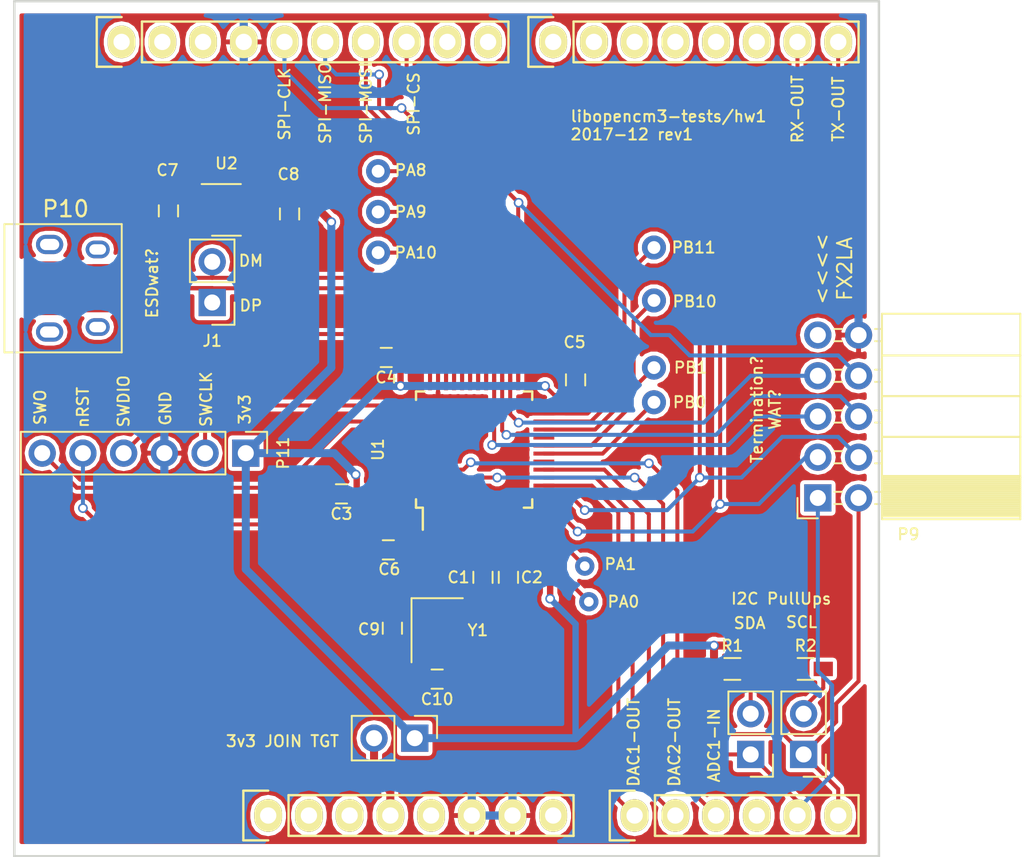
<source format=kicad_pcb>
(kicad_pcb (version 4) (host pcbnew 4.0.6)
  (title_block (title "libopencm3-test hardware") (date 2017-10-31) (rev 1))
  (layers (0 F.Cu signal) (31 B.Cu signal) (34 B.Paste user) (35 F.Paste user) (36 B.SilkS user) (37 F.SilkS user) (38 B.Mask user) (39 F.Mask user) (44 Edge.Cuts user))
  (net 0 "")
  (net 1 +5V)
  (net 2 GND)
  (net 3 +3V3)
  (net 4 /NRST)
  (net 5 /ADC_IN1)
  (net 6 /I2C_SDA)
  (net 7 /I2C_SCL)
  (net 8 /SPI_CS)
  (net 9 /SPI_MOSI)
  (net 10 /SPI_MISO)
  (net 11 /SPI_SCK)
  (net 12 /USB_DM)
  (net 13 /USB_DP)
  (net 14 "Net-(P10-Pad6)")
  (net 15 /SWCLK)
  (net 16 /SWDIO)
  (net 17 /SWO)
  (net 18 /DAC1_OUT)
  (net 19 /DAC2_OUT)
  (net 20 /UART_TX_OUT)
  (net 21 /UART_RX_OUT)
  (net 22 "Net-(JP1-Pad2)")
  (net 23 "Net-(JP2-Pad2)")
  (net 24 /VLCD)
  (net 25 "Net-(C9-Pad1)")
  (net 26 "Net-(C10-Pad1)")
  (net 27 "Net-(JP3-Pad2)")
  (net 28 "Net-(PA0-Pad1)")
  (net 29 "Net-(PA1-Pad1)")
  (net 30 "Net-(PA8-Pad1)")
  (net 31 "Net-(PA9-Pad1)")
  (net 32 "Net-(PA10-Pad1)")
  (net 33 "Net-(PB0-Pad1)")
  (net 34 "Net-(PB1-Pad1)")
  (net 35 "Net-(PB10-Pad1)")
  (net 36 "Net-(PB11-Pad1)")
  (module Socket_Arduino_Uno:Socket_Strip_Arduino_1x08 (layer F.Cu) (at 138.938 123.825)
    (fp_text reference P1 hide)
    (fp_text value Power)
    (pad 1 thru_hole oval (at 0 0) (size 1.7272 2.032) (drill 1.016) (layers *.Cu *.Mask F.SilkS))
    (pad 2 thru_hole oval (at 2.54 0) (size 1.7272 2.032) (drill 1.016) (layers *.Cu *.Mask F.SilkS))
    (pad 3 thru_hole oval (at 5.08 0) (size 1.7272 2.032) (drill 1.016) (layers *.Cu *.Mask F.SilkS))
    (pad 4 thru_hole oval (at 7.62 0) (size 1.7272 2.032) (drill 1.016) (layers *.Cu *.Mask F.SilkS) (net 27 "Net-(JP3-Pad2)"))
    (pad 5 thru_hole oval (at 10.16 0) (size 1.7272 2.032) (drill 1.016) (layers *.Cu *.Mask F.SilkS))
    (pad 6 thru_hole oval (at 12.7 0) (size 1.7272 2.032) (drill 1.016) (layers *.Cu *.Mask F.SilkS) (net 2 GND))
    (pad 7 thru_hole oval (at 15.24 0) (size 1.7272 2.032) (drill 1.016) (layers *.Cu *.Mask F.SilkS) (net 2 GND))
    (pad 8 thru_hole oval (at 17.78 0) (size 1.7272 2.032) (drill 1.016) (layers *.Cu *.Mask F.SilkS))
  )
  (module Socket_Arduino_Uno:Socket_Strip_Arduino_1x06 (layer F.Cu) (at 161.798 123.825)
    (fp_text reference P2 hide)
    (fp_text value Analog)
    (pad 1 thru_hole oval (at 0 0) (size 1.7272 2.032) (drill 1.016) (layers *.Cu *.Mask F.SilkS) (net 18 /DAC1_OUT))
    (pad 2 thru_hole oval (at 2.54 0) (size 1.7272 2.032) (drill 1.016) (layers *.Cu *.Mask F.SilkS) (net 19 /DAC2_OUT))
    (pad 3 thru_hole oval (at 5.08 0) (size 1.7272 2.032) (drill 1.016) (layers *.Cu *.Mask F.SilkS) (net 5 /ADC_IN1))
    (pad 4 thru_hole oval (at 7.62 0) (size 1.7272 2.032) (drill 1.016) (layers *.Cu *.Mask F.SilkS))
    (pad 5 thru_hole oval (at 10.16 0) (size 1.7272 2.032) (drill 1.016) (layers *.Cu *.Mask F.SilkS) (net 6 /I2C_SDA))
    (pad 6 thru_hole oval (at 12.7 0) (size 1.7272 2.032) (drill 1.016) (layers *.Cu *.Mask F.SilkS) (net 7 /I2C_SCL))
  )
  (module Socket_Arduino_Uno:Socket_Strip_Arduino_1x10 (layer F.Cu) (at 129.794 75.565)
    (fp_text reference P3 hide)
    (fp_text value Digital)
    (pad 1 thru_hole oval (at 0 0) (size 1.7272 2.032) (drill 1.016) (layers *.Cu *.Mask F.SilkS))
    (pad 2 thru_hole oval (at 2.54 0) (size 1.7272 2.032) (drill 1.016) (layers *.Cu *.Mask F.SilkS))
    (pad 3 thru_hole oval (at 5.08 0) (size 1.7272 2.032) (drill 1.016) (layers *.Cu *.Mask F.SilkS))
    (pad 4 thru_hole oval (at 7.62 0) (size 1.7272 2.032) (drill 1.016) (layers *.Cu *.Mask F.SilkS) (net 2 GND))
    (pad 5 thru_hole oval (at 10.16 0) (size 1.7272 2.032) (drill 1.016) (layers *.Cu *.Mask F.SilkS) (net 11 /SPI_SCK))
    (pad 6 thru_hole oval (at 12.7 0) (size 1.7272 2.032) (drill 1.016) (layers *.Cu *.Mask F.SilkS) (net 10 /SPI_MISO))
    (pad 7 thru_hole oval (at 15.24 0) (size 1.7272 2.032) (drill 1.016) (layers *.Cu *.Mask F.SilkS) (net 9 /SPI_MOSI))
    (pad 8 thru_hole oval (at 17.78 0) (size 1.7272 2.032) (drill 1.016) (layers *.Cu *.Mask F.SilkS) (net 8 /SPI_CS))
    (pad 9 thru_hole oval (at 20.32 0) (size 1.7272 2.032) (drill 1.016) (layers *.Cu *.Mask F.SilkS))
    (pad 10 thru_hole oval (at 22.86 0) (size 1.7272 2.032) (drill 1.016) (layers *.Cu *.Mask F.SilkS))
  )
  (module Socket_Arduino_Uno:Socket_Strip_Arduino_1x08 (layer F.Cu) (at 156.718 75.565)
    (fp_text reference P4 hide)
    (fp_text value Digital)
    (pad 1 thru_hole oval (at 0 0) (size 1.7272 2.032) (drill 1.016) (layers *.Cu *.Mask F.SilkS))
    (pad 2 thru_hole oval (at 2.54 0) (size 1.7272 2.032) (drill 1.016) (layers *.Cu *.Mask F.SilkS))
    (pad 3 thru_hole oval (at 5.08 0) (size 1.7272 2.032) (drill 1.016) (layers *.Cu *.Mask F.SilkS))
    (pad 4 thru_hole oval (at 7.62 0) (size 1.7272 2.032) (drill 1.016) (layers *.Cu *.Mask F.SilkS))
    (pad 5 thru_hole oval (at 10.16 0) (size 1.7272 2.032) (drill 1.016) (layers *.Cu *.Mask F.SilkS))
    (pad 6 thru_hole oval (at 12.7 0) (size 1.7272 2.032) (drill 1.016) (layers *.Cu *.Mask F.SilkS))
    (pad 7 thru_hole oval (at 15.24 0) (size 1.7272 2.032) (drill 1.016) (layers *.Cu *.Mask F.SilkS) (net 21 /UART_RX_OUT))
    (pad 8 thru_hole oval (at 17.78 0) (size 1.7272 2.032) (drill 1.016) (layers *.Cu *.Mask F.SilkS) (net 20 /UART_TX_OUT))
  )
  (module Capacitors_SMD:C_0603_HandSoldering (layer F.Cu) (at 152.3365 108.966 90)
    (fp_text reference C1 (at 0 -1.524 180) (layer F.SilkS) (effects (font (size 0.7 0.7) (thickness 0.12))))
    (fp_text value 100n)
    (pad 1 smd rect (at -0.95 0 90) (size 1.2 0.75) (layers F.Cu F.Paste F.Mask) (net 2 GND))
    (pad 2 smd rect (at 0.95 0 90) (size 1.2 0.75) (layers F.Cu F.Paste F.Mask) (net 4 /NRST))
  )
  (module Capacitors_SMD:C_0603_HandSoldering (layer F.Cu) (at 153.924 108.966 270)
    (fp_text reference C2 (at 0 -1.4605 360) (layer F.SilkS) (effects (font (size 0.7 0.7) (thickness 0.12))))
    (fp_text value 100n)
    (pad 1 smd rect (at -0.95 0 270) (size 1.2 0.75) (layers F.Cu F.Paste F.Mask) (net 3 +3V3))
    (pad 2 smd rect (at 0.95 0 270) (size 1.2 0.75) (layers F.Cu F.Paste F.Mask) (net 2 GND))
  )
  (module Capacitors_SMD:C_0603_HandSoldering (layer F.Cu) (at 143.51 103.759 180)
    (fp_text reference C3 (at 0 -1.25 180) (layer F.SilkS) (effects (font (size 0.7 0.7) (thickness 0.12))))
    (fp_text value 100n)
    (pad 1 smd rect (at -0.95 0 180) (size 1.2 0.75) (layers F.Cu F.Paste F.Mask) (net 3 +3V3))
    (pad 2 smd rect (at 0.95 0 180) (size 1.2 0.75) (layers F.Cu F.Paste F.Mask) (net 2 GND))
  )
  (module Capacitors_SMD:C_0603_HandSoldering (layer F.Cu) (at 146.304 95.25 180)
    (fp_text reference C4 (at 0 -1.25 180) (layer F.SilkS) (effects (font (size 0.7 0.7) (thickness 0.12))))
    (fp_text value 100n)
    (pad 1 smd rect (at -0.95 0 180) (size 1.2 0.75) (layers F.Cu F.Paste F.Mask) (net 3 +3V3))
    (pad 2 smd rect (at 0.95 0 180) (size 1.2 0.75) (layers F.Cu F.Paste F.Mask) (net 2 GND))
  )
  (module Capacitors_SMD:C_0603_HandSoldering (layer F.Cu) (at 158.115 96.647 90)
    (fp_text reference C5 (at 2.3495 -0.0635 180) (layer F.SilkS) (effects (font (size 0.7 0.7) (thickness 0.12))))
    (fp_text value 100n)
    (pad 1 smd rect (at -0.95 0 90) (size 1.2 0.75) (layers F.Cu F.Paste F.Mask) (net 3 +3V3))
    (pad 2 smd rect (at 0.95 0 90) (size 1.2 0.75) (layers F.Cu F.Paste F.Mask) (net 2 GND))
  )
  (module Housings_QFP:TQFP-48_7x7mm_Pitch0.5mm (layer F.Cu) (at 151.785 100.997 90)
    (fp_text reference U1 (at 0 -6 90) (layer F.SilkS) (effects (font (size 0.7 0.7) (thickness 0.12))))
    (fp_text value STM32L151C6TxA)
    (pad 1 smd rect (at -4.35 -2.75 90) (size 1.3 0.25) (layers F.Cu F.Paste F.Mask) (net 24 /VLCD))
    (pad 2 smd rect (at -4.35 -2.25 90) (size 1.3 0.25) (layers F.Cu F.Paste F.Mask))
    (pad 3 smd rect (at -4.35 -1.75 90) (size 1.3 0.25) (layers F.Cu F.Paste F.Mask))
    (pad 4 smd rect (at -4.35 -1.25 90) (size 1.3 0.25) (layers F.Cu F.Paste F.Mask))
    (pad 5 smd rect (at -4.35 -0.75 90) (size 1.3 0.25) (layers F.Cu F.Paste F.Mask) (net 25 "Net-(C9-Pad1)"))
    (pad 6 smd rect (at -4.35 -0.25 90) (size 1.3 0.25) (layers F.Cu F.Paste F.Mask) (net 26 "Net-(C10-Pad1)"))
    (pad 7 smd rect (at -4.35 0.25 90) (size 1.3 0.25) (layers F.Cu F.Paste F.Mask) (net 4 /NRST))
    (pad 8 smd rect (at -4.35 0.75 90) (size 1.3 0.25) (layers F.Cu F.Paste F.Mask) (net 2 GND))
    (pad 9 smd rect (at -4.35 1.25 90) (size 1.3 0.25) (layers F.Cu F.Paste F.Mask) (net 3 +3V3))
    (pad 10 smd rect (at -4.35 1.75 90) (size 1.3 0.25) (layers F.Cu F.Paste F.Mask) (net 28 "Net-(PA0-Pad1)"))
    (pad 11 smd rect (at -4.35 2.25 90) (size 1.3 0.25) (layers F.Cu F.Paste F.Mask) (net 29 "Net-(PA1-Pad1)"))
    (pad 12 smd rect (at -4.35 2.75 90) (size 1.3 0.25) (layers F.Cu F.Paste F.Mask) (net 20 /UART_TX_OUT))
    (pad 13 smd rect (at -2.75 4.35 180) (size 1.3 0.25) (layers F.Cu F.Paste F.Mask) (net 21 /UART_RX_OUT))
    (pad 14 smd rect (at -2.25 4.35 180) (size 1.3 0.25) (layers F.Cu F.Paste F.Mask) (net 18 /DAC1_OUT))
    (pad 15 smd rect (at -1.75 4.35 180) (size 1.3 0.25) (layers F.Cu F.Paste F.Mask) (net 19 /DAC2_OUT))
    (pad 16 smd rect (at -1.25 4.35 180) (size 1.3 0.25) (layers F.Cu F.Paste F.Mask) (net 5 /ADC_IN1))
    (pad 17 smd rect (at -0.75 4.35 180) (size 1.3 0.25) (layers F.Cu F.Paste F.Mask))
    (pad 18 smd rect (at -0.25 4.35 180) (size 1.3 0.25) (layers F.Cu F.Paste F.Mask) (net 33 "Net-(PB0-Pad1)"))
    (pad 19 smd rect (at 0.25 4.35 180) (size 1.3 0.25) (layers F.Cu F.Paste F.Mask) (net 34 "Net-(PB1-Pad1)"))
    (pad 20 smd rect (at 0.75 4.35 180) (size 1.3 0.25) (layers F.Cu F.Paste F.Mask))
    (pad 21 smd rect (at 1.25 4.35 180) (size 1.3 0.25) (layers F.Cu F.Paste F.Mask) (net 35 "Net-(PB10-Pad1)"))
    (pad 22 smd rect (at 1.75 4.35 180) (size 1.3 0.25) (layers F.Cu F.Paste F.Mask) (net 36 "Net-(PB11-Pad1)"))
    (pad 23 smd rect (at 2.25 4.35 180) (size 1.3 0.25) (layers F.Cu F.Paste F.Mask) (net 2 GND))
    (pad 24 smd rect (at 2.75 4.35 180) (size 1.3 0.25) (layers F.Cu F.Paste F.Mask) (net 3 +3V3))
    (pad 25 smd rect (at 4.35 2.75 90) (size 1.3 0.25) (layers F.Cu F.Paste F.Mask) (net 8 /SPI_CS))
    (pad 26 smd rect (at 4.35 2.25 90) (size 1.3 0.25) (layers F.Cu F.Paste F.Mask) (net 11 /SPI_SCK))
    (pad 27 smd rect (at 4.35 1.75 90) (size 1.3 0.25) (layers F.Cu F.Paste F.Mask) (net 10 /SPI_MISO))
    (pad 28 smd rect (at 4.35 1.25 90) (size 1.3 0.25) (layers F.Cu F.Paste F.Mask) (net 9 /SPI_MOSI))
    (pad 29 smd rect (at 4.35 0.75 90) (size 1.3 0.25) (layers F.Cu F.Paste F.Mask) (net 30 "Net-(PA8-Pad1)"))
    (pad 30 smd rect (at 4.35 0.25 90) (size 1.3 0.25) (layers F.Cu F.Paste F.Mask) (net 31 "Net-(PA9-Pad1)"))
    (pad 31 smd rect (at 4.35 -0.25 90) (size 1.3 0.25) (layers F.Cu F.Paste F.Mask) (net 32 "Net-(PA10-Pad1)"))
    (pad 32 smd rect (at 4.35 -0.75 90) (size 1.3 0.25) (layers F.Cu F.Paste F.Mask) (net 12 /USB_DM))
    (pad 33 smd rect (at 4.35 -1.25 90) (size 1.3 0.25) (layers F.Cu F.Paste F.Mask) (net 13 /USB_DP))
    (pad 34 smd rect (at 4.35 -1.75 90) (size 1.3 0.25) (layers F.Cu F.Paste F.Mask) (net 16 /SWDIO))
    (pad 35 smd rect (at 4.35 -2.25 90) (size 1.3 0.25) (layers F.Cu F.Paste F.Mask) (net 2 GND))
    (pad 36 smd rect (at 4.35 -2.75 90) (size 1.3 0.25) (layers F.Cu F.Paste F.Mask) (net 3 +3V3))
    (pad 37 smd rect (at 2.75 -4.35 180) (size 1.3 0.25) (layers F.Cu F.Paste F.Mask) (net 15 /SWCLK))
    (pad 38 smd rect (at 2.25 -4.35 180) (size 1.3 0.25) (layers F.Cu F.Paste F.Mask))
    (pad 39 smd rect (at 1.75 -4.35 180) (size 1.3 0.25) (layers F.Cu F.Paste F.Mask) (net 17 /SWO))
    (pad 40 smd rect (at 1.25 -4.35 180) (size 1.3 0.25) (layers F.Cu F.Paste F.Mask))
    (pad 41 smd rect (at 0.75 -4.35 180) (size 1.3 0.25) (layers F.Cu F.Paste F.Mask))
    (pad 42 smd rect (at 0.25 -4.35 180) (size 1.3 0.25) (layers F.Cu F.Paste F.Mask))
    (pad 43 smd rect (at -0.25 -4.35 180) (size 1.3 0.25) (layers F.Cu F.Paste F.Mask))
    (pad 44 smd rect (at -0.75 -4.35 180) (size 1.3 0.25) (layers F.Cu F.Paste F.Mask) (net 2 GND))
    (pad 45 smd rect (at -1.25 -4.35 180) (size 1.3 0.25) (layers F.Cu F.Paste F.Mask) (net 7 /I2C_SCL))
    (pad 46 smd rect (at -1.75 -4.35 180) (size 1.3 0.25) (layers F.Cu F.Paste F.Mask) (net 6 /I2C_SDA))
    (pad 47 smd rect (at -2.25 -4.35 180) (size 1.3 0.25) (layers F.Cu F.Paste F.Mask) (net 2 GND))
    (pad 48 smd rect (at -2.75 -4.35 180) (size 1.3 0.25) (layers F.Cu F.Paste F.Mask) (net 3 +3V3))
  )
  (module Socket_Strips:Socket_Strip_Angled_2x05_Pitch2.54mm (layer F.Cu) (at 173.228 104.013 180)
    (fp_text reference P9 (at -5.65 -2.27 180) (layer F.SilkS) (effects (font (size 0.7 0.7) (thickness 0.12))))
    (fp_text value FX2LA)
    (pad 1 thru_hole rect (at 0 0 180) (size 1.7 1.7) (drill 1) (layers *.Cu *.Mask) (net 6 /I2C_SDA))
    (pad 2 thru_hole oval (at -2.54 0 180) (size 1.7 1.7) (drill 1) (layers *.Cu *.Mask) (net 7 /I2C_SCL))
    (pad 3 thru_hole oval (at 0 2.54 180) (size 1.7 1.7) (drill 1) (layers *.Cu *.Mask) (net 20 /UART_TX_OUT))
    (pad 4 thru_hole oval (at -2.54 2.54 180) (size 1.7 1.7) (drill 1) (layers *.Cu *.Mask) (net 21 /UART_RX_OUT))
    (pad 5 thru_hole oval (at 0 5.08 180) (size 1.7 1.7) (drill 1) (layers *.Cu *.Mask) (net 9 /SPI_MOSI))
    (pad 6 thru_hole oval (at -2.54 5.08 180) (size 1.7 1.7) (drill 1) (layers *.Cu *.Mask) (net 10 /SPI_MISO))
    (pad 7 thru_hole oval (at 0 7.62 180) (size 1.7 1.7) (drill 1) (layers *.Cu *.Mask) (net 11 /SPI_SCK))
    (pad 8 thru_hole oval (at -2.54 7.62 180) (size 1.7 1.7) (drill 1) (layers *.Cu *.Mask) (net 8 /SPI_CS))
    (pad 9 thru_hole oval (at 0 10.16 180) (size 1.7 1.7) (drill 1) (layers *.Cu *.Mask))
    (pad 10 thru_hole oval (at -2.54 10.16 180) (size 1.7 1.7) (drill 1) (layers *.Cu *.Mask) (net 2 GND))
  )
  (module TO_SOT_Packages_SMD:SOT-23-5_HandSoldering (layer F.Cu) (at 136.3345 86.0425)
    (fp_text reference U2 (at 0 -2.9) (layer F.SilkS) (effects (font (size 0.7 0.7) (thickness 0.12))))
    (fp_text value MIC550x-3.3YM5)
    (pad 1 smd rect (at -1.35 -0.95) (size 1.56 0.65) (layers F.Cu F.Paste F.Mask) (net 1 +5V))
    (pad 2 smd rect (at -1.35 0) (size 1.56 0.65) (layers F.Cu F.Paste F.Mask) (net 2 GND))
    (pad 3 smd rect (at -1.35 0.95) (size 1.56 0.65) (layers F.Cu F.Paste F.Mask) (net 1 +5V))
    (pad 4 smd rect (at 1.35 0.95) (size 1.56 0.65) (layers F.Cu F.Paste F.Mask))
    (pad 5 smd rect (at 1.35 -0.95) (size 1.56 0.65) (layers F.Cu F.Paste F.Mask) (net 3 +3V3))
  )
  (module Resistors_SMD:R_0603_HandSoldering (layer F.Cu) (at 167.894 114.681)
    (fp_text reference R1 (at 0 -1.45) (layer F.SilkS) (effects (font (size 0.7 0.7) (thickness 0.12))))
    (fp_text value 4k7)
    (pad 1 smd rect (at -1.1 0) (size 1.2 0.9) (layers F.Cu F.Paste F.Mask) (net 3 +3V3))
    (pad 2 smd rect (at 1.1 0) (size 1.2 0.9) (layers F.Cu F.Paste F.Mask) (net 22 "Net-(JP1-Pad2)"))
  )
  (module Resistors_SMD:R_0603_HandSoldering (layer F.Cu) (at 172.466 114.681)
    (fp_text reference R2 (at 0 -1.45) (layer F.SilkS) (effects (font (size 0.7 0.7) (thickness 0.12))))
    (fp_text value 4k7)
    (pad 1 smd rect (at -1.1 0) (size 1.2 0.9) (layers F.Cu F.Paste F.Mask) (net 3 +3V3))
    (pad 2 smd rect (at 1.1 0) (size 1.2 0.9) (layers F.Cu F.Paste F.Mask) (net 23 "Net-(JP2-Pad2)"))
  )
  (module Capacitors_SMD:C_0603_HandSoldering (layer F.Cu) (at 146.4335 107.2515)
    (fp_text reference C6 (at 0.061 1.2065) (layer F.SilkS) (effects (font (size 0.7 0.7) (thickness 0.12))))
    (fp_text value 100n)
    (pad 1 smd rect (at -0.95 0) (size 1.2 0.75) (layers F.Cu F.Paste F.Mask) (net 2 GND))
    (pad 2 smd rect (at 0.95 0) (size 1.2 0.75) (layers F.Cu F.Paste F.Mask) (net 24 /VLCD))
  )
  (module Capacitors_SMD:C_0603_HandSoldering (layer F.Cu) (at 132.715 86.106 270)
    (fp_text reference C7 (at -2.54 0.0635 360) (layer F.SilkS) (effects (font (size 0.7 0.7) (thickness 0.12))))
    (fp_text value 1u)
    (pad 1 smd rect (at -0.95 0 270) (size 1.2 0.75) (layers F.Cu F.Paste F.Mask) (net 1 +5V))
    (pad 2 smd rect (at 0.95 0 270) (size 1.2 0.75) (layers F.Cu F.Paste F.Mask) (net 2 GND))
  )
  (module Capacitors_SMD:C_0603_HandSoldering (layer F.Cu) (at 140.2715 86.2965 270)
    (fp_text reference C8 (at -2.4765 0.0635 540) (layer F.SilkS) (effects (font (size 0.7 0.7) (thickness 0.12))))
    (fp_text value 1u)
    (pad 1 smd rect (at -0.95 0 270) (size 1.2 0.75) (layers F.Cu F.Paste F.Mask) (net 3 +3V3))
    (pad 2 smd rect (at 0.95 0 270) (size 1.2 0.75) (layers F.Cu F.Paste F.Mask) (net 2 GND))
  )
  (module Capacitors_SMD:C_0603_HandSoldering (layer F.Cu) (at 146.685 112.141 270)
    (fp_text reference C9 (at 0.0635 1.4605 360) (layer F.SilkS) (effects (font (size 0.7 0.7) (thickness 0.12))))
    (fp_text value 18pf)
    (pad 1 smd rect (at -0.95 0 270) (size 1.2 0.75) (layers F.Cu F.Paste F.Mask) (net 25 "Net-(C9-Pad1)"))
    (pad 2 smd rect (at 0.95 0 270) (size 1.2 0.75) (layers F.Cu F.Paste F.Mask) (net 2 GND))
  )
  (module Capacitors_SMD:C_0603_HandSoldering (layer F.Cu) (at 149.479 115.316 180)
    (fp_text reference C10 (at 0 -1.25 180) (layer F.SilkS) (effects (font (size 0.7 0.7) (thickness 0.12))))
    (fp_text value 18pf)
    (pad 1 smd rect (at -0.95 0 180) (size 1.2 0.75) (layers F.Cu F.Paste F.Mask) (net 26 "Net-(C10-Pad1)"))
    (pad 2 smd rect (at 0.95 0 180) (size 1.2 0.75) (layers F.Cu F.Paste F.Mask) (net 2 GND))
  )
  (module Crystals:Crystal_SMD_SeikoEpson_FA238-4pin_3.2x2.5mm (layer F.Cu) (at 149.479 112.268 270)
    (fp_text reference Y1 (at 0 -2.54 360) (layer F.SilkS) (effects (font (size 0.7 0.7) (thickness 0.12))))
    (fp_text value Crystal_GND24_Small)
    (pad 1 smd rect (at -1.1 0.8 270) (size 1.4 1.2) (layers F.Cu F.Mask) (net 25 "Net-(C9-Pad1)"))
    (pad 2 smd rect (at 1.1 0.8 270) (size 1.4 1.2) (layers F.Cu F.Mask))
    (pad 3 smd rect (at 1.1 -0.8 270) (size 1.4 1.2) (layers F.Cu F.Mask) (net 26 "Net-(C10-Pad1)"))
    (pad 4 smd rect (at -1.1 -0.8 270) (size 1.4 1.2) (layers F.Cu F.Mask))
  )
  (module Measurement_Points:Measurement_Point_Round-TH_Small (layer F.Cu) (at 163.0045 98.044)
    (fp_text reference PB0 (at 2.2225 0) (layer F.SilkS) (effects (font (size 0.7 0.7) (thickness 0.12))))
    (fp_text value TEST_1P)
    (pad 1 thru_hole circle (at 0 0) (size 1.5 1.5) (drill 0.8) (layers *.Cu *.Mask) (net 33 "Net-(PB0-Pad1)"))
  )
  (module Measurement_Points:Measurement_Point_Round-TH_Small (layer F.Cu) (at 163.0045 91.694)
    (fp_text reference PB10 (at 2.54 0.0635) (layer F.SilkS) (effects (font (size 0.7 0.7) (thickness 0.12))))
    (fp_text value TEST_1P)
    (pad 1 thru_hole circle (at 0 0) (size 1.5 1.5) (drill 0.8) (layers *.Cu *.Mask) (net 35 "Net-(PB10-Pad1)"))
  )
  (module Measurement_Points:Measurement_Point_Round-TH_Small (layer F.Cu) (at 145.796 83.6295)
    (fp_text reference PA8 (at 2.032 -0.0635) (layer F.SilkS) (effects (font (size 0.7 0.7) (thickness 0.12))))
    (fp_text value TEST_1P)
    (pad 1 thru_hole circle (at 0 0) (size 1.5 1.5) (drill 0.8) (layers *.Cu *.Mask) (net 30 "Net-(PA8-Pad1)"))
  )
  (module Measurement_Points:Measurement_Point_Round-TH_Small (layer F.Cu) (at 163.0045 88.392)
    (fp_text reference PB11 (at 2.4765 0) (layer F.SilkS) (effects (font (size 0.7 0.7) (thickness 0.12))))
    (fp_text value TEST_1P)
    (pad 1 thru_hole circle (at 0 0) (size 1.5 1.5) (drill 0.8) (layers *.Cu *.Mask) (net 36 "Net-(PB11-Pad1)"))
  )
  (module Measurement_Points:Measurement_Point_Round-TH_Small (layer F.Cu) (at 145.796 86.1695)
    (fp_text reference PA9 (at 2.032 0) (layer F.SilkS) (effects (font (size 0.7 0.7) (thickness 0.12))))
    (fp_text value TEST_1P)
    (pad 1 thru_hole circle (at 0 0) (size 1.5 1.5) (drill 0.8) (layers *.Cu *.Mask) (net 31 "Net-(PA9-Pad1)"))
  )
  (module Measurement_Points:Measurement_Point_Round-TH_Small (layer F.Cu) (at 145.796 88.7095)
    (fp_text reference PA10 (at 2.3495 0) (layer F.SilkS) (effects (font (size 0.7 0.7) (thickness 0.12))))
    (fp_text value TEST_1P)
    (pad 1 thru_hole circle (at 0 0) (size 1.5 1.5) (drill 0.8) (layers *.Cu *.Mask) (net 32 "Net-(PA10-Pad1)"))
  )
  (module Pin_Headers:Pin_Header_Straight_1x02_Pitch2.54mm (layer F.Cu) (at 135.4455 91.821 180)
    (fp_text reference J1 (at 0 -2.39 180) (layer F.SilkS) (effects (font (size 0.7 0.7) (thickness 0.12))))
    (fp_text value CONN_01X02)
    (pad 1 thru_hole rect (at 0 0 180) (size 1.7 1.7) (drill 1) (layers *.Cu *.Mask) (net 13 /USB_DP))
    (pad 2 thru_hole oval (at 0 2.54 180) (size 1.7 1.7) (drill 1) (layers *.Cu *.Mask) (net 12 /USB_DM))
  )
  (module Measurement_Points:Measurement_Point_Round-TH_Small (layer F.Cu) (at 163.0045 95.885 180)
    (fp_text reference PB1 (at -2.286 0 180) (layer F.SilkS) (effects (font (size 0.7 0.7) (thickness 0.12))))
    (fp_text value TEST_1P)
    (pad 1 thru_hole circle (at 0 0 180) (size 1.5 1.5) (drill 0.8) (layers *.Cu *.Mask) (net 34 "Net-(PB1-Pad1)"))
  )
  (module Measurement_Points:Measurement_Point_Round-TH_Small (layer F.Cu) (at 158.9405 110.49)
    (fp_text reference PA0 (at 2.159 0) (layer F.SilkS) (effects (font (size 0.7 0.7) (thickness 0.12))))
    (fp_text value TEST_1P)
    (pad 1 thru_hole circle (at 0 0) (size 1.2 1.2) (drill 0.6) (layers *.Cu *.Mask) (net 28 "Net-(PA0-Pad1)"))
  )
  (module Measurement_Points:Measurement_Point_Round-TH_Small (layer F.Cu) (at 158.6865 108.2675)
    (fp_text reference PA1 (at 2.2225 -0.127) (layer F.SilkS) (effects (font (size 0.7 0.7) (thickness 0.12))))
    (fp_text value TEST_1P)
    (pad 1 thru_hole circle (at 0 0) (size 1.2 1.2) (drill 0.6) (layers *.Cu *.Mask) (net 29 "Net-(PA1-Pad1)"))
  )
  (module Pin_Headers:Pin_Header_Straight_1x02_Pitch2.54mm (layer F.Cu) (at 169.037 120.015 180)
    (fp_text reference JP1 hide)
    (fp_text value Jumper_NC_Small)
    (pad 1 thru_hole rect (at 0 0 180) (size 1.7 1.7) (drill 1) (layers *.Cu *.Mask) (net 6 /I2C_SDA))
    (pad 2 thru_hole oval (at 0 2.54 180) (size 1.7 1.7) (drill 1) (layers *.Cu *.Mask) (net 22 "Net-(JP1-Pad2)"))
  )
  (module Pin_Headers:Pin_Header_Straight_1x02_Pitch2.54mm (layer F.Cu) (at 172.339 120.015 180)
    (fp_text reference JP2 hide)
    (fp_text value Jumper_NC_Small)
    (pad 1 thru_hole rect (at 0 0 180) (size 1.7 1.7) (drill 1) (layers *.Cu *.Mask) (net 7 /I2C_SCL))
    (pad 2 thru_hole oval (at 0 2.54 180) (size 1.7 1.7) (drill 1) (layers *.Cu *.Mask) (net 23 "Net-(JP2-Pad2)"))
  )
  (module Pin_Headers:Pin_Header_Straight_1x02_Pitch2.54mm (layer F.Cu) (at 148.082 118.999 270)
    (fp_text reference JP3 hide)
    (fp_text value Jumper_NC_Small)
    (pad 1 thru_hole rect (at 0 0 270) (size 1.7 1.7) (drill 1) (layers *.Cu *.Mask) (net 3 +3V3))
    (pad 2 thru_hole oval (at 0 2.54 270) (size 1.7 1.7) (drill 1) (layers *.Cu *.Mask) (net 27 "Net-(JP3-Pad2)"))
  )
  (module Socket_Strips:Socket_Strip_Straight_1x06_Pitch2.54mm (layer F.Cu) (at 137.541 101.219 270)
    (fp_text reference P11 (at 0 -2.33 270) (layer F.SilkS) (effects (font (size 0.7 0.7) (thickness 0.12))))
    (fp_text value CONN_01X06)
    (pad 1 thru_hole rect (at 0 0 270) (size 1.7 1.7) (drill 1) (layers *.Cu *.Mask) (net 3 +3V3))
    (pad 2 thru_hole oval (at 0 2.54 270) (size 1.7 1.7) (drill 1) (layers *.Cu *.Mask) (net 15 /SWCLK))
    (pad 3 thru_hole oval (at 0 5.08 270) (size 1.7 1.7) (drill 1) (layers *.Cu *.Mask) (net 2 GND))
    (pad 4 thru_hole oval (at 0 7.62 270) (size 1.7 1.7) (drill 1) (layers *.Cu *.Mask) (net 16 /SWDIO))
    (pad 5 thru_hole oval (at 0 10.16 270) (size 1.7 1.7) (drill 1) (layers *.Cu *.Mask) (net 4 /NRST))
    (pad 6 thru_hole oval (at 0 12.7 270) (size 1.7 1.7) (drill 1) (layers *.Cu *.Mask) (net 17 /SWO))
  )
  (module Connectors:USB_Micro-B_10103594-0001LF (layer F.Cu) (at 126.6825 90.932 270)
    (fp_text reference P10 (at -4.953 0.381 360) (layer F.SilkS))
    (fp_text value CONTROL)
    (pad 1 smd rect (at -1.3 -1.5) (size 1.65 0.4) (layers F.Cu F.Paste F.Mask) (net 1 +5V))
    (pad 2 smd rect (at -0.65 -1.5) (size 1.65 0.4) (layers F.Cu F.Paste F.Mask) (net 12 /USB_DM))
    (pad 3 smd rect (at 0 -1.5) (size 1.65 0.4) (layers F.Cu F.Paste F.Mask) (net 13 /USB_DP))
    (pad 4 smd rect (at 0.65 -1.5) (size 1.65 0.4) (layers F.Cu F.Paste F.Mask))
    (pad 5 smd rect (at 1.3 -1.5) (size 1.65 0.4) (layers F.Cu F.Paste F.Mask) (net 2 GND))
    (pad 6 thru_hole oval (at -2.42 -1.62) (size 1.5 1.1) (drill oval 1.05 0.65) (layers *.Cu *.Mask) (net 14 "Net-(P10-Pad6)"))
    (pad 6 thru_hole oval (at 2.42 -1.62) (size 1.5 1.1) (drill oval 1.05 0.65) (layers *.Cu *.Mask) (net 14 "Net-(P10-Pad6)"))
    (pad 6 thru_hole oval (at -2.73 1.38) (size 1.7 1.2) (drill oval 1.2 0.7) (layers *.Cu *.Mask) (net 14 "Net-(P10-Pad6)"))
    (pad 6 thru_hole oval (at 2.73 1.38) (size 1.7 1.2) (drill oval 1.2 0.7) (layers *.Cu *.Mask) (net 14 "Net-(P10-Pad6)"))
    (pad 6 smd rect (at -0.96 1.62) (size 2.5 1.43) (layers F.Cu F.Paste F.Mask) (net 14 "Net-(P10-Pad6)"))
    (pad 6 smd rect (at 0.96 1.62) (size 2.5 1.43) (layers F.Cu F.Paste F.Mask) (net 14 "Net-(P10-Pad6)"))
  )
  (gr_text "Termination?\nWAT?" (at 169.9895 98.4885 90) (layer F.SilkS) (effects (font (size 0.7 0.7) (thickness 0.12))))
  (gr_text "libopencm3-tests/hw1\n2017-12 rev1" (at 157.734 80.772) (layer F.SilkS) (effects (font (size 0.7 0.7) (thickness 0.12)) (justify left)))
  (gr_text ADC1-IN (at 166.751 119.4435 90) (layer F.SilkS) (effects (font (size 0.7 0.7) (thickness 0.12))))
  (gr_text DAC2-OUT (at 164.2745 119.253 90) (layer F.SilkS) (effects (font (size 0.7 0.7) (thickness 0.12))))
  (gr_text DAC1-OUT (at 161.7345 119.253 90) (layer F.SilkS) (effects (font (size 0.7 0.7) (thickness 0.12))))
  (gr_text SPI-CLK (at 139.954 79.4385 90) (layer F.SilkS) (effects (font (size 0.7 0.7) (thickness 0.12))))
  (gr_text SPI-MISO (at 142.494 79.375 90) (layer F.SilkS) (effects (font (size 0.7 0.7) (thickness 0.12))))
  (gr_text SPI-MOSI (at 145.034 79.375 90) (layer F.SilkS) (effects (font (size 0.7 0.7) (thickness 0.12))))
  (gr_text SPI-CS (at 148.0185 79.4385 90) (layer F.SilkS) (effects (font (size 0.7 0.7) (thickness 0.12))))
  (gr_text TX-OUT (at 174.498 79.756 90) (layer F.SilkS) (effects (font (size 0.7 0.7) (thickness 0.12))))
  (gr_text RX-OUT (at 171.958 79.756 90) (layer F.SilkS) (effects (font (size 0.7 0.7) (thickness 0.12))))
  (gr_text "<<<<\nFX2LA" (at 174.1805 89.7255 90) (layer F.SilkS) (effects (font (size 0.9 0.9) (thickness 0.12))))
  (gr_text 3v3 (at 137.4775 98.4885 90) (layer F.SilkS) (effects (font (size 0.7 0.7) (thickness 0.12))))
  (gr_text SWCLK (at 135.0645 97.8535 90) (layer F.SilkS) (effects (font (size 0.7 0.7) (thickness 0.12))))
  (gr_text GND (at 132.5245 98.425 90) (layer F.SilkS) (effects (font (size 0.7 0.7) (thickness 0.12))))
  (gr_text SWDIO (at 129.921 97.9805 90) (layer F.SilkS) (effects (font (size 0.7 0.7) (thickness 0.12))))
  (gr_text nRST (at 127.381 98.3615 90) (layer F.SilkS) (effects (font (size 0.7 0.7) (thickness 0.12))))
  (gr_text SWO (at 124.714 98.3615 90) (layer F.SilkS) (effects (font (size 0.7 0.7) (thickness 0.12))))
  (gr_text "I2C PullUps" (at 170.942 110.2995) (layer F.SilkS) (effects (font (size 0.7 0.7) (thickness 0.12))))
  (gr_text SCL (at 172.212 111.76) (layer F.SilkS) (effects (font (size 0.7 0.7) (thickness 0.12))))
  (gr_text SDA (at 168.9735 111.8235) (layer F.SilkS) (effects (font (size 0.7 0.7) (thickness 0.12))))
  (gr_text "3v3 JOIN TGT" (at 139.827 119.1895) (layer F.SilkS) (effects (font (size 0.7 0.7) (thickness 0.12))))
  (gr_text DP (at 137.8585 92.0115) (layer F.SilkS) (effects (font (size 0.7 0.7) (thickness 0.12))))
  (gr_text DM (at 137.8585 89.2175) (layer F.SilkS) (effects (font (size 0.7 0.7) (thickness 0.12))))
  (gr_text ESDwat? (at 131.699 90.6145 90) (layer F.SilkS) (effects (font (size 0.7 0.7) (thickness 0.12))))
  (gr_line (start 177.038 126.365) (end 177.038 73.025) (angle 90) (layer Edge.Cuts) (width 0.15))
  (gr_line (start 123.1 126.365) (end 177.038 126.365) (angle 90) (layer Edge.Cuts) (width 0.15))
  (gr_line (start 123.1 73.025) (end 123.1 126.365) (angle 90) (layer Edge.Cuts) (width 0.15))
  (gr_line (start 177.038 73.025) (end 123.1 73.025) (angle 90) (layer Edge.Cuts) (width 0.15))
  (segment (start 134.9845 85.0925) (end 135.956 85.0925) (width 0.25) (layer F.Cu) (net 1))
  (segment (start 135.7655 86.9925) (end 134.9845 86.9925) (width 0.25) (layer F.Cu) (net 1))
  (segment (start 136.3345 86.4235) (end 135.7655 86.9925) (width 0.25) (layer F.Cu) (net 1))
  (segment (start 136.3345 85.471) (end 136.3345 86.4235) (width 0.25) (layer F.Cu) (net 1))
  (segment (start 135.956 85.0925) (end 136.3345 85.471) (width 0.25) (layer F.Cu) (net 1))
  (segment (start 134.9845 85.0925) (end 132.7785 85.0925) (width 0.4) (layer F.Cu) (net 1))
  (segment (start 132.7785 85.0925) (end 132.715 85.156) (width 0.4) (layer F.Cu) (net 1))
  (segment (start 128.0325 89.632) (end 129.316 89.632) (width 0.4) (layer F.Cu) (net 1))
  (segment (start 131.633 85.156) (end 132.715 85.156) (width 0.4) (layer F.Cu) (net 1))
  (segment (start 131.064 85.725) (end 131.633 85.156) (width 0.4) (layer F.Cu) (net 1))
  (segment (start 131.064 87.884) (end 131.064 85.725) (width 0.4) (layer F.Cu) (net 1))
  (segment (start 129.316 89.632) (end 131.064 87.884) (width 0.4) (layer F.Cu) (net 1))
  (segment (start 152.535 105.347) (end 152.535 104.148) (width 0.25) (layer F.Cu) (net 2))
  (segment (start 152.535 104.148) (end 152.527 104.14) (width 0.25) (layer F.Cu) (net 2))
  (segment (start 146.3635 103.247) (end 145.9865 102.87) (width 0.25) (layer F.Cu) (net 2))
  (segment (start 147.435 103.247) (end 146.3635 103.247) (width 0.25) (layer F.Cu) (net 2))
  (segment (start 149.535 95.2425) (end 149.225 94.9325) (width 0.25) (layer F.Cu) (net 2))
  (segment (start 149.535 96.647) (end 149.535 95.2425) (width 0.25) (layer F.Cu) (net 2))
  (segment (start 156.7905 98.7425) (end 157.861 98.7425) (width 0.25) (layer F.Cu) (net 2))
  (segment (start 156.135 98.747) (end 156.786 98.747) (width 0.25) (layer F.Cu) (net 2))
  (segment (start 156.786 98.747) (end 156.7905 98.7425) (width 0.25) (layer F.Cu) (net 2))
  (segment (start 147.435 101.747) (end 146.0065 101.747) (width 0.25) (layer F.Cu) (net 2))
  (segment (start 146.0065 101.747) (end 145.161 100.9015) (width 0.25) (layer F.Cu) (net 2))
  (segment (start 142.875 86.8045) (end 142.875 95.885) (width 0.5) (layer B.Cu) (net 3))
  (via (at 142.875 86.8045) (size 0.6) (drill 0.4) (layers F.Cu B.Cu) (net 3))
  (segment (start 141.417 85.3465) (end 142.875 86.8045) (width 0.5) (layer F.Cu) (net 3))
  (segment (start 140.2715 85.3465) (end 141.417 85.3465) (width 0.5) (layer F.Cu) (net 3))
  (segment (start 142.875 95.885) (end 137.541 101.219) (width 0.5) (layer B.Cu) (net 3))
  (segment (start 153.924 108.016) (end 155.1965 108.016) (width 0.4) (layer F.Cu) (net 3))
  (segment (start 158.115 111.887) (end 158.115 118.999) (width 0.4) (layer B.Cu) (net 3))
  (segment (start 156.5275 110.2995) (end 158.115 111.887) (width 0.4) (layer B.Cu) (net 3))
  (via (at 156.5275 110.2995) (size 0.6) (drill 0.4) (layers F.Cu B.Cu) (net 3))
  (segment (start 156.5275 109.347) (end 156.5275 110.2995) (width 0.4) (layer F.Cu) (net 3))
  (segment (start 155.1965 108.016) (end 156.5275 109.347) (width 0.4) (layer F.Cu) (net 3))
  (segment (start 147.254 95.25) (end 147.193 95.311) (width 0.4) (layer F.Cu) (net 3))
  (segment (start 147.193 95.311) (end 147.193 97.028) (width 0.4) (layer F.Cu) (net 3))
  (via (at 147.193 97.028) (size 0.6) (drill 0.4) (layers F.Cu B.Cu) (net 3))
  (segment (start 147.193 97.028) (end 146.939 97.028) (width 0.4) (layer B.Cu) (net 3))
  (segment (start 137.6845 85.0925) (end 140.0175 85.0925) (width 0.5) (layer F.Cu) (net 3))
  (segment (start 140.0175 85.0925) (end 140.2715 85.3465) (width 0.5) (layer F.Cu) (net 3))
  (segment (start 171.366 114.681) (end 169.9055 113.2205) (width 0.5) (layer F.Cu) (net 3))
  (segment (start 169.9055 113.2205) (end 166.751 113.2205) (width 0.5) (layer F.Cu) (net 3))
  (segment (start 158.115 118.999) (end 163.8935 113.2205) (width 0.5) (layer B.Cu) (net 3))
  (via (at 166.751 113.2205) (size 0.6) (drill 0.4) (layers F.Cu B.Cu) (net 3))
  (segment (start 163.8935 113.2205) (end 166.751 113.2205) (width 0.5) (layer B.Cu) (net 3))
  (segment (start 137.541 108.458) (end 148.082 118.999) (width 0.5) (layer B.Cu) (net 3))
  (segment (start 137.541 101.219) (end 137.541 108.458) (width 0.5) (layer B.Cu) (net 3))
  (segment (start 148.082 118.999) (end 158.115 118.999) (width 0.5) (layer B.Cu) (net 3))
  (segment (start 166.751 113.2205) (end 166.751 114.638) (width 0.5) (layer F.Cu) (net 3))
  (segment (start 166.751 114.638) (end 166.794 114.681) (width 0.5) (layer F.Cu) (net 3))
  (segment (start 156.21 97.028) (end 156.779 97.597) (width 0.25) (layer F.Cu) (net 3))
  (segment (start 146.939 97.028) (end 156.21 97.028) (width 0.5) (layer B.Cu) (net 3))
  (via (at 156.21 97.028) (size 0.6) (drill 0.4) (layers F.Cu B.Cu) (net 3))
  (segment (start 156.779 97.597) (end 158.115 97.597) (width 0.25) (layer F.Cu) (net 3))
  (segment (start 156.135 98.247) (end 157.465 98.247) (width 0.25) (layer F.Cu) (net 3))
  (segment (start 157.465 98.247) (end 158.115 97.597) (width 0.25) (layer F.Cu) (net 3))
  (segment (start 146.939 97.028) (end 145.923 97.028) (width 0.5) (layer B.Cu) (net 3))
  (segment (start 144.46 102.6135) (end 144.46 103.759) (width 0.4) (layer F.Cu) (net 3))
  (segment (start 144.399 102.5525) (end 144.46 102.6135) (width 0.4) (layer F.Cu) (net 3))
  (via (at 144.399 102.5525) (size 0.6) (drill 0.4) (layers F.Cu B.Cu) (net 3))
  (segment (start 140.1445 85.2195) (end 140.2715 85.3465) (width 0.4) (layer F.Cu) (net 3))
  (segment (start 149.035 96.647) (end 149.035 95.949) (width 0.25) (layer F.Cu) (net 3))
  (segment (start 148.336 95.25) (end 147.254 95.25) (width 0.25) (layer F.Cu) (net 3))
  (segment (start 149.035 95.949) (end 148.336 95.25) (width 0.25) (layer F.Cu) (net 3))
  (segment (start 147.435 103.747) (end 144.472 103.747) (width 0.25) (layer F.Cu) (net 3))
  (segment (start 144.472 103.747) (end 144.46 103.759) (width 0.25) (layer F.Cu) (net 3))
  (segment (start 153.035 105.347) (end 153.035 106.934) (width 0.25) (layer F.Cu) (net 3))
  (segment (start 153.924 107.823) (end 153.924 108.016) (width 0.25) (layer F.Cu) (net 3))
  (segment (start 153.035 106.934) (end 153.924 107.823) (width 0.25) (layer F.Cu) (net 3))
  (segment (start 147.425 95.079) (end 147.254 95.25) (width 0.25) (layer F.Cu) (net 3))
  (segment (start 144.48 103.739) (end 144.46 103.759) (width 0.25) (layer F.Cu) (net 3))
  (segment (start 143.0655 101.219) (end 144.399 102.5525) (width 0.5) (layer B.Cu) (net 3))
  (segment (start 141.732 101.219) (end 140.3985 101.219) (width 0.5) (layer B.Cu) (net 3))
  (segment (start 145.923 97.028) (end 141.732 101.219) (width 0.5) (layer B.Cu) (net 3))
  (segment (start 140.3985 101.219) (end 143.0655 101.219) (width 0.5) (layer B.Cu) (net 3))
  (segment (start 137.541 101.219) (end 140.3985 101.219) (width 0.5) (layer B.Cu) (net 3))
  (segment (start 152.035 105.347) (end 152.035 107.7145) (width 0.25) (layer F.Cu) (net 4))
  (segment (start 152.035 107.7145) (end 152.3365 108.016) (width 0.25) (layer F.Cu) (net 4))
  (segment (start 152.035 105.347) (end 152.035 104.156) (width 0.25) (layer F.Cu) (net 4))
  (segment (start 128.397 105.664) (end 127.381 104.648) (width 0.25) (layer F.Cu) (net 4))
  (segment (start 147.193 105.664) (end 128.397 105.664) (width 0.25) (layer F.Cu) (net 4))
  (segment (start 148.971 103.886) (end 147.193 105.664) (width 0.25) (layer F.Cu) (net 4))
  (segment (start 151.765 103.886) (end 148.971 103.886) (width 0.25) (layer F.Cu) (net 4))
  (segment (start 152.035 104.156) (end 151.765 103.886) (width 0.25) (layer F.Cu) (net 4))
  (segment (start 127.381 101.219) (end 127.381 104.648) (width 0.25) (layer B.Cu) (net 4))
  (via (at 127.381 104.648) (size 0.6) (drill 0.4) (layers F.Cu B.Cu) (net 4))
  (segment (start 166.878 123.825) (end 162.687 119.634) (width 0.25) (layer F.Cu) (net 5))
  (segment (start 159.905 102.247) (end 156.135 102.247) (width 0.25) (layer F.Cu) (net 5))
  (segment (start 162.687 105.029) (end 159.905 102.247) (width 0.25) (layer F.Cu) (net 5))
  (segment (start 162.687 119.634) (end 162.687 105.029) (width 0.25) (layer F.Cu) (net 5))
  (segment (start 147.435 102.747) (end 151.507 102.747) (width 0.25) (layer F.Cu) (net 6))
  (segment (start 151.511 102.743) (end 151.507 102.747) (width 0.25) (layer F.Cu) (net 6))
  (segment (start 153.2255 102.743) (end 151.511 102.743) (width 0.25) (layer F.Cu) (net 6))
  (via (at 153.2255 102.743) (size 0.6) (drill 0.4) (layers F.Cu B.Cu) (net 6))
  (segment (start 161.798 102.743) (end 153.2255 102.743) (width 0.25) (layer B.Cu) (net 6))
  (via (at 161.798 102.743) (size 0.6) (drill 0.4) (layers F.Cu B.Cu) (net 6))
  (segment (start 161.925 102.743) (end 161.798 102.743) (width 0.25) (layer F.Cu) (net 6))
  (segment (start 173.228 104.013) (end 173.228 114.808) (width 0.25) (layer B.Cu) (net 6))
  (segment (start 174.117 121.285) (end 171.958 123.444) (width 0.25) (layer B.Cu) (net 6))
  (segment (start 174.117 115.697) (end 174.117 121.285) (width 0.25) (layer B.Cu) (net 6))
  (segment (start 173.228 114.808) (end 174.117 115.697) (width 0.25) (layer B.Cu) (net 6))
  (segment (start 171.958 123.444) (end 171.958 123.825) (width 0.25) (layer B.Cu) (net 6))
  (segment (start 171.958 123.825) (end 171.958 122.936) (width 0.25) (layer F.Cu) (net 6))
  (segment (start 171.958 122.936) (end 169.037 120.015) (width 0.25) (layer F.Cu) (net 6))
  (segment (start 163.576 104.394) (end 161.925 102.743) (width 0.25) (layer F.Cu) (net 6))
  (segment (start 163.576 117.2845) (end 163.576 104.394) (width 0.25) (layer F.Cu) (net 6))
  (segment (start 166.3065 120.015) (end 163.576 117.2845) (width 0.25) (layer F.Cu) (net 6))
  (segment (start 166.3065 120.015) (end 169.037 120.015) (width 0.25) (layer F.Cu) (net 6))
  (segment (start 147.435 102.247) (end 149.6575 102.247) (width 0.25) (layer F.Cu) (net 7))
  (segment (start 151.118 102.247) (end 149.6575 102.247) (width 0.25) (layer F.Cu) (net 7))
  (segment (start 151.5745 101.7905) (end 151.118 102.247) (width 0.25) (layer F.Cu) (net 7))
  (via (at 151.5745 101.7905) (size 0.6) (drill 0.4) (layers F.Cu B.Cu) (net 7))
  (segment (start 151.638 101.854) (end 151.5745 101.7905) (width 0.25) (layer B.Cu) (net 7))
  (segment (start 162.687 101.854) (end 151.638 101.854) (width 0.25) (layer B.Cu) (net 7))
  (via (at 162.687 101.854) (size 0.6) (drill 0.4) (layers F.Cu B.Cu) (net 7))
  (segment (start 162.7505 101.854) (end 162.687 101.854) (width 0.25) (layer F.Cu) (net 7))
  (segment (start 175.768 104.013) (end 175.768 115.443) (width 0.25) (layer F.Cu) (net 7))
  (segment (start 175.768 115.443) (end 174.371 116.84) (width 0.25) (layer F.Cu) (net 7))
  (segment (start 174.498 123.825) (end 174.498 122.174) (width 0.25) (layer F.Cu) (net 7))
  (segment (start 164.465 103.5685) (end 162.7505 101.854) (width 0.25) (layer F.Cu) (net 7))
  (segment (start 171.069 118.745) (end 167.1955 118.745) (width 0.25) (layer F.Cu) (net 7))
  (segment (start 167.1955 118.745) (end 164.465 116.0145) (width 0.25) (layer F.Cu) (net 7))
  (segment (start 164.465 116.0145) (end 164.465 103.5685) (width 0.25) (layer F.Cu) (net 7))
  (segment (start 171.069 118.745) (end 172.339 120.015) (width 0.25) (layer F.Cu) (net 7))
  (segment (start 174.371 117.983) (end 172.339 120.015) (width 0.25) (layer F.Cu) (net 7))
  (segment (start 174.371 116.84) (end 174.371 117.983) (width 0.25) (layer F.Cu) (net 7))
  (segment (start 174.498 122.174) (end 172.339 120.015) (width 0.25) (layer F.Cu) (net 7))
  (via (at 154.559 85.598) (size 0.6) (drill 0.4) (layers F.Cu B.Cu) (net 8))
  (segment (start 165.227 95.123) (end 163.957 93.853) (width 0.25) (layer B.Cu) (net 8))
  (segment (start 163.957 93.853) (end 162.814 93.853) (width 0.25) (layer B.Cu) (net 8))
  (segment (start 162.814 93.853) (end 154.559 85.598) (width 0.25) (layer B.Cu) (net 8))
  (segment (start 175.768 96.393) (end 174.498 95.123) (width 0.25) (layer B.Cu) (net 8))
  (segment (start 174.498 95.123) (end 169.2275 95.123) (width 0.25) (layer B.Cu) (net 8))
  (segment (start 169.2275 95.123) (end 165.227 95.123) (width 0.25) (layer B.Cu) (net 8))
  (segment (start 154.559 85.598) (end 154.535 85.574) (width 0.25) (layer F.Cu) (net 8))
  (segment (start 147.574 75.565) (end 147.574 78.613) (width 0.25) (layer F.Cu) (net 8))
  (segment (start 154.535 85.574) (end 151.511 82.55) (width 0.25) (layer F.Cu) (net 8))
  (segment (start 154.535 85.574) (end 154.535 96.647) (width 0.25) (layer F.Cu) (net 8))
  (segment (start 147.574 78.613) (end 151.511 82.55) (width 0.25) (layer F.Cu) (net 8))
  (segment (start 145.034 75.565) (end 145.034 79.5655) (width 0.25) (layer F.Cu) (net 9))
  (segment (start 153.035 87.5665) (end 153.035 96.647) (width 0.25) (layer F.Cu) (net 9))
  (segment (start 145.034 79.5655) (end 153.035 87.5665) (width 0.25) (layer F.Cu) (net 9))
  (segment (start 173.228 98.933) (end 169.418 98.933) (width 0.25) (layer B.Cu) (net 9))
  (segment (start 153.035 100.584) (end 153.035 96.647) (width 0.25) (layer F.Cu) (net 9))
  (segment (start 152.908 100.711) (end 153.035 100.584) (width 0.25) (layer F.Cu) (net 9))
  (via (at 152.908 100.711) (size 0.6) (drill 0.4) (layers F.Cu B.Cu) (net 9))
  (segment (start 167.64 100.711) (end 152.908 100.711) (width 0.25) (layer B.Cu) (net 9))
  (segment (start 169.418 98.933) (end 167.64 100.711) (width 0.25) (layer B.Cu) (net 9))
  (segment (start 153.535 96.647) (end 153.535 87.368) (width 0.25) (layer F.Cu) (net 10))
  (segment (start 142.494 76.8985) (end 142.494 75.565) (width 0.25) (layer B.Cu) (net 10))
  (segment (start 143.1925 77.597) (end 142.494 76.8985) (width 0.25) (layer B.Cu) (net 10))
  (segment (start 145.8595 77.597) (end 143.1925 77.597) (width 0.25) (layer B.Cu) (net 10))
  (via (at 145.8595 77.597) (size 0.6) (drill 0.4) (layers F.Cu B.Cu) (net 10))
  (segment (start 145.8595 79.6925) (end 145.8595 77.597) (width 0.25) (layer F.Cu) (net 10))
  (segment (start 153.535 87.368) (end 145.8595 79.6925) (width 0.25) (layer F.Cu) (net 10))
  (segment (start 175.768 98.933) (end 175.768 98.806) (width 0.25) (layer B.Cu) (net 10))
  (segment (start 175.768 98.806) (end 174.625 97.663) (width 0.25) (layer B.Cu) (net 10))
  (segment (start 174.625 97.663) (end 169.291 97.663) (width 0.25) (layer B.Cu) (net 10))
  (segment (start 169.291 97.663) (end 166.878 100.076) (width 0.25) (layer B.Cu) (net 10))
  (segment (start 166.878 100.076) (end 153.797 100.076) (width 0.25) (layer B.Cu) (net 10))
  (via (at 153.797 100.076) (size 0.6) (drill 0.4) (layers F.Cu B.Cu) (net 10))
  (segment (start 153.797 100.076) (end 153.535 99.814) (width 0.25) (layer F.Cu) (net 10))
  (segment (start 153.535 99.814) (end 153.535 96.647) (width 0.25) (layer F.Cu) (net 10))
  (segment (start 154.035 96.647) (end 154.035 86.471) (width 0.25) (layer F.Cu) (net 11))
  (segment (start 139.954 77.343) (end 139.954 75.565) (width 0.25) (layer B.Cu) (net 11))
  (segment (start 142.3035 79.6925) (end 139.954 77.343) (width 0.25) (layer B.Cu) (net 11))
  (segment (start 147.2565 79.6925) (end 142.3035 79.6925) (width 0.25) (layer B.Cu) (net 11))
  (via (at 147.2565 79.6925) (size 0.6) (drill 0.4) (layers F.Cu B.Cu) (net 11))
  (segment (start 154.035 86.471) (end 147.2565 79.6925) (width 0.25) (layer F.Cu) (net 11))
  (segment (start 173.228 96.393) (end 169.037 96.393) (width 0.25) (layer B.Cu) (net 11))
  (segment (start 154.035 98.79) (end 154.035 96.647) (width 0.25) (layer F.Cu) (net 11))
  (segment (start 154.559 99.314) (end 154.035 98.79) (width 0.25) (layer F.Cu) (net 11))
  (via (at 154.559 99.314) (size 0.6) (drill 0.4) (layers F.Cu B.Cu) (net 11))
  (segment (start 166.116 99.314) (end 154.559 99.314) (width 0.25) (layer B.Cu) (net 11))
  (segment (start 169.037 96.393) (end 166.116 99.314) (width 0.25) (layer B.Cu) (net 11))
  (segment (start 135.4455 90.282) (end 149.845 90.282) (width 0.25) (layer F.Cu) (net 12))
  (segment (start 149.845 90.282) (end 151.035 91.472) (width 0.25) (layer F.Cu) (net 12))
  (segment (start 151.035 91.472) (end 151.035 96.647) (width 0.25) (layer F.Cu) (net 12))
  (segment (start 128.0325 90.282) (end 135.4455 90.282) (width 0.25) (layer F.Cu) (net 12))
  (segment (start 135.4455 89.7255) (end 135.4455 90.282) (width 0.25) (layer F.Cu) (net 12))
  (segment (start 135.4455 91.821) (end 135.4455 90.932) (width 0.25) (layer F.Cu) (net 13))
  (segment (start 135.446595 90.930905) (end 135.446595 90.924886) (width 0.25) (layer F.Cu) (net 13))
  (segment (start 135.4455 90.932) (end 135.446595 90.930905) (width 0.25) (layer F.Cu) (net 13))
  (segment (start 128.0325 90.932) (end 149.479 90.932) (width 0.25) (layer F.Cu) (net 13))
  (segment (start 150.535 91.988) (end 149.479 90.932) (width 0.25) (layer F.Cu) (net 13))
  (segment (start 150.535 91.988) (end 150.535 96.647) (width 0.25) (layer F.Cu) (net 13))
  (segment (start 128.0325 90.932) (end 128.039614 90.924886) (width 0.25) (layer F.Cu) (net 13))
  (segment (start 128.039614 90.924886) (end 135.446595 90.924886) (width 0.25) (layer F.Cu) (net 13))
  (segment (start 135.446595 90.924886) (end 128.0325 90.932) (width 0.25) (layer F.Cu) (net 13))
  (segment (start 128.0325 93.582) (end 128.0325 93.432) (width 0.25) (layer F.Cu) (net 14))
  (segment (start 128.0325 88.282) (end 128.0325 88.432) (width 0.25) (layer F.Cu) (net 14))
  (segment (start 135.001 99.568) (end 135.001 101.219) (width 0.25) (layer F.Cu) (net 15))
  (segment (start 136.322 98.247) (end 135.001 99.568) (width 0.25) (layer F.Cu) (net 15))
  (segment (start 147.435 98.247) (end 136.322 98.247) (width 0.25) (layer F.Cu) (net 15))
  (segment (start 129.921 101.219) (end 137.3505 93.7895) (width 0.25) (layer F.Cu) (net 16))
  (segment (start 150.035 94.663) (end 150.035 96.647) (width 0.25) (layer F.Cu) (net 16))
  (segment (start 149.1615 93.7895) (end 150.035 94.663) (width 0.25) (layer F.Cu) (net 16))
  (segment (start 137.3505 93.7895) (end 149.1615 93.7895) (width 0.25) (layer F.Cu) (net 16))
  (segment (start 127 103.378) (end 124.841 101.219) (width 0.25) (layer F.Cu) (net 17))
  (segment (start 139.827 103.378) (end 127 103.378) (width 0.25) (layer F.Cu) (net 17))
  (segment (start 147.435 99.247) (end 143.958 99.247) (width 0.25) (layer F.Cu) (net 17))
  (segment (start 143.958 99.247) (end 139.827 103.378) (width 0.25) (layer F.Cu) (net 17))
  (segment (start 161.798 123.825) (end 160.782 122.809) (width 0.25) (layer F.Cu) (net 18))
  (segment (start 159.127 103.247) (end 156.135 103.247) (width 0.25) (layer F.Cu) (net 18))
  (segment (start 160.782 104.902) (end 159.127 103.247) (width 0.25) (layer F.Cu) (net 18))
  (segment (start 160.782 122.809) (end 160.782 104.902) (width 0.25) (layer F.Cu) (net 18))
  (segment (start 156.135 102.747) (end 159.389 102.747) (width 0.25) (layer F.Cu) (net 19))
  (segment (start 161.671 121.158) (end 164.338 123.825) (width 0.25) (layer F.Cu) (net 19))
  (segment (start 161.671 105.029) (end 161.671 121.158) (width 0.25) (layer F.Cu) (net 19))
  (segment (start 159.389 102.747) (end 161.671 105.029) (width 0.25) (layer F.Cu) (net 19))
  (segment (start 164.211 123.825) (end 164.338 123.825) (width 0.25) (layer F.Cu) (net 19))
  (segment (start 173.228 101.473) (end 172.466 101.473) (width 0.25) (layer B.Cu) (net 20))
  (segment (start 172.466 101.473) (end 169.545 104.394) (width 0.25) (layer B.Cu) (net 20))
  (segment (start 169.545 104.394) (end 167.132 104.394) (width 0.25) (layer B.Cu) (net 20))
  (segment (start 174.498 75.565) (end 174.498 85.725) (width 0.25) (layer F.Cu) (net 20))
  (segment (start 167.132 93.091) (end 167.132 104.394) (width 0.25) (layer F.Cu) (net 20))
  (segment (start 174.498 85.725) (end 167.132 93.091) (width 0.25) (layer F.Cu) (net 20))
  (segment (start 154.535 105.347) (end 157.4805 105.347) (width 0.25) (layer F.Cu) (net 20))
  (via (at 167.132 104.394) (size 0.6) (drill 0.4) (layers F.Cu B.Cu) (net 20))
  (segment (start 165.4175 106.1085) (end 167.132 104.394) (width 0.25) (layer B.Cu) (net 20))
  (segment (start 158.242 106.1085) (end 165.4175 106.1085) (width 0.25) (layer B.Cu) (net 20))
  (via (at 158.242 106.1085) (size 0.6) (drill 0.4) (layers F.Cu B.Cu) (net 20))
  (segment (start 157.4805 105.347) (end 158.242 106.1085) (width 0.25) (layer F.Cu) (net 20))
  (segment (start 175.768 101.473) (end 174.498 100.203) (width 0.25) (layer B.Cu) (net 21))
  (segment (start 168.4655 102.743) (end 165.862 102.743) (width 0.25) (layer B.Cu) (net 21))
  (segment (start 171.0055 100.203) (end 168.4655 102.743) (width 0.25) (layer B.Cu) (net 21))
  (segment (start 174.498 100.203) (end 171.0055 100.203) (width 0.25) (layer B.Cu) (net 21))
  (via (at 165.862 102.743) (size 0.6) (drill 0.4) (layers F.Cu B.Cu) (net 21))
  (segment (start 171.958 75.565) (end 171.958 86.4235) (width 0.25) (layer F.Cu) (net 21))
  (segment (start 165.862 92.5195) (end 165.862 102.743) (width 0.25) (layer F.Cu) (net 21))
  (segment (start 171.958 86.4235) (end 165.862 92.5195) (width 0.25) (layer F.Cu) (net 21))
  (segment (start 163.83 104.775) (end 165.862 102.743) (width 0.25) (layer B.Cu) (net 21))
  (segment (start 157.6585 103.747) (end 158.6865 104.775) (width 0.25) (layer F.Cu) (net 21))
  (via (at 158.6865 104.775) (size 0.6) (drill 0.4) (layers F.Cu B.Cu) (net 21))
  (segment (start 158.6865 104.775) (end 163.83 104.775) (width 0.25) (layer B.Cu) (net 21))
  (segment (start 156.135 103.747) (end 157.6585 103.747) (width 0.25) (layer F.Cu) (net 21))
  (segment (start 169.037 117.475) (end 169.037 114.724) (width 0.25) (layer F.Cu) (net 22))
  (segment (start 169.037 114.724) (end 168.994 114.681) (width 0.25) (layer F.Cu) (net 22))
  (segment (start 172.339 117.475) (end 172.339 117.094) (width 0.25) (layer F.Cu) (net 23))
  (segment (start 172.339 117.094) (end 173.566 115.867) (width 0.25) (layer F.Cu) (net 23))
  (segment (start 173.566 115.867) (end 173.566 114.681) (width 0.25) (layer F.Cu) (net 23))
  (segment (start 149.035 105.347) (end 149.035 106.489) (width 0.25) (layer F.Cu) (net 24))
  (segment (start 149.035 106.489) (end 148.2725 107.2515) (width 0.25) (layer F.Cu) (net 24))
  (segment (start 148.2725 107.2515) (end 147.3835 107.2515) (width 0.25) (layer F.Cu) (net 24))
  (segment (start 148.679 108.623) (end 148.679 111.168) (width 0.25) (layer F.Cu) (net 25))
  (segment (start 148.679 111.168) (end 146.708 111.168) (width 0.25) (layer F.Cu) (net 25))
  (segment (start 146.708 111.168) (end 146.685 111.191) (width 0.25) (layer F.Cu) (net 25))
  (segment (start 151.035 105.347) (end 151.035 106.267) (width 0.25) (layer F.Cu) (net 25))
  (segment (start 151.035 106.267) (end 148.679 108.623) (width 0.25) (layer F.Cu) (net 25))
  (segment (start 150.279 113.368) (end 150.279 115.166) (width 0.25) (layer F.Cu) (net 26))
  (segment (start 150.279 115.166) (end 150.429 115.316) (width 0.25) (layer F.Cu) (net 26))
  (segment (start 151.535 112.112) (end 150.279 113.368) (width 0.25) (layer F.Cu) (net 26))
  (segment (start 151.535 105.347) (end 151.535 112.112) (width 0.25) (layer F.Cu) (net 26))
  (segment (start 146.558 123.825) (end 146.558 122.309) (width 0.5) (layer F.Cu) (net 27))
  (segment (start 146.558 122.309) (end 145.542 121.293) (width 0.5) (layer F.Cu) (net 27))
  (segment (start 145.542 121.293) (end 145.542 118.999) (width 0.5) (layer F.Cu) (net 27))
  (segment (start 153.535 105.347) (end 153.535 106.672) (width 0.25) (layer F.Cu) (net 28))
  (segment (start 155.5115 107.061) (end 158.9405 110.49) (width 0.25) (layer F.Cu) (net 28))
  (segment (start 153.924 107.061) (end 155.5115 107.061) (width 0.25) (layer F.Cu) (net 28))
  (segment (start 153.535 106.672) (end 153.924 107.061) (width 0.25) (layer F.Cu) (net 28))
  (segment (start 154.035 105.347) (end 154.035 106.467998) (width 0.25) (layer F.Cu) (net 29))
  (segment (start 156.972 106.553) (end 158.6865 108.2675) (width 0.25) (layer F.Cu) (net 29))
  (segment (start 154.120002 106.553) (end 156.972 106.553) (width 0.25) (layer F.Cu) (net 29))
  (segment (start 154.035 106.467998) (end 154.120002 106.553) (width 0.25) (layer F.Cu) (net 29))
  (segment (start 149.987 85.217) (end 148.3995 83.6295) (width 0.25) (layer F.Cu) (net 30))
  (segment (start 152.535 87.765) (end 149.987 85.217) (width 0.25) (layer F.Cu) (net 30))
  (segment (start 152.535 96.647) (end 152.535 87.765) (width 0.25) (layer F.Cu) (net 30))
  (segment (start 148.3995 83.6295) (end 145.796 83.6295) (width 0.25) (layer F.Cu) (net 30))
  (segment (start 149.9235 86.741) (end 149.352 86.1695) (width 0.25) (layer F.Cu) (net 31))
  (segment (start 152.035 88.8525) (end 149.9235 86.741) (width 0.25) (layer F.Cu) (net 31))
  (segment (start 152.035 96.647) (end 152.035 88.8525) (width 0.25) (layer F.Cu) (net 31))
  (segment (start 149.352 86.1695) (end 145.796 86.1695) (width 0.25) (layer F.Cu) (net 31))
  (segment (start 145.796 88.7095) (end 150.114 88.7095) (width 0.25) (layer F.Cu) (net 32))
  (segment (start 151.535 90.1305) (end 151.535 96.647) (width 0.25) (layer F.Cu) (net 32))
  (segment (start 150.114 88.7095) (end 151.535 90.1305) (width 0.25) (layer F.Cu) (net 32))
  (segment (start 156.135 101.247) (end 159.8015 101.247) (width 0.25) (layer F.Cu) (net 33))
  (segment (start 159.8015 101.247) (end 163.0045 98.044) (width 0.25) (layer F.Cu) (net 33))
  (segment (start 161.4805 97.409) (end 163.0045 95.885) (width 0.25) (layer F.Cu) (net 34))
  (segment (start 161.4805 98.3615) (end 161.4805 97.409) (width 0.25) (layer F.Cu) (net 34))
  (segment (start 159.095 100.747) (end 161.4805 98.3615) (width 0.25) (layer F.Cu) (net 34))
  (segment (start 156.135 100.747) (end 159.095 100.747) (width 0.25) (layer F.Cu) (net 34))
  (segment (start 163.0045 91.694) (end 161.7345 92.964) (width 0.25) (layer F.Cu) (net 35))
  (segment (start 161.7345 94.869) (end 161.7345 96.393) (width 0.25) (layer F.Cu) (net 35))
  (segment (start 159.333 99.747) (end 156.135 99.747) (width 0.25) (layer F.Cu) (net 35))
  (segment (start 161.7345 96.393) (end 160.9725 97.155) (width 0.25) (layer F.Cu) (net 35))
  (segment (start 160.9725 97.155) (end 160.9725 98.1075) (width 0.25) (layer F.Cu) (net 35))
  (segment (start 160.9725 98.1075) (end 159.333 99.747) (width 0.25) (layer F.Cu) (net 35))
  (segment (start 161.7345 92.964) (end 161.7345 94.869) (width 0.25) (layer F.Cu) (net 35))
  (segment (start 159.071 99.247) (end 156.135 99.247) (width 0.25) (layer F.Cu) (net 36))
  (segment (start 160.401 97.917) (end 159.071 99.247) (width 0.25) (layer F.Cu) (net 36))
  (segment (start 160.401 97.028) (end 160.401 97.917) (width 0.25) (layer F.Cu) (net 36))
  (segment (start 161.163 90.8685) (end 161.163 96.266) (width 0.25) (layer F.Cu) (net 36))
  (segment (start 161.163 90.678) (end 161.163 90.8685) (width 0.25) (layer F.Cu) (net 36))
  (segment (start 161.163 96.266) (end 160.401 97.028) (width 0.25) (layer F.Cu) (net 36))
  (segment (start 161.163 90.2335) (end 161.163 90.678) (width 0.25) (layer F.Cu) (net 36))
  (segment (start 163.0045 88.392) (end 161.163 90.2335) (width 0.25) (layer F.Cu) (net 36))
  (zone (net 2) (net_name GND) (layer B.Cu) (connect_pads (clearance 0.508)) (min_thickness 0.254) (fill yes (arc_segments 16) (thermal_gap 0.508) (thermal_bridge_width 0.508))
    (polygon (pts (xy 123.063 73.787) (xy 123.063 125.603) (xy 176.276 125.5395) (xy 176.276 80.2005) (xy 176.276 73.787)))
  )
  (zone (net 2) (net_name GND) (layer F.Cu) (connect_pads (clearance 0.25)) (min_thickness 0.25) (fill yes (arc_segments 16) (thermal_gap 0.25) (thermal_bridge_width 0.3))
    (polygon (pts (xy 176.276 125.603) (xy 123.063 125.603) (xy 123.063 73.787) (xy 176.276 73.787)))
  )
)
</source>
